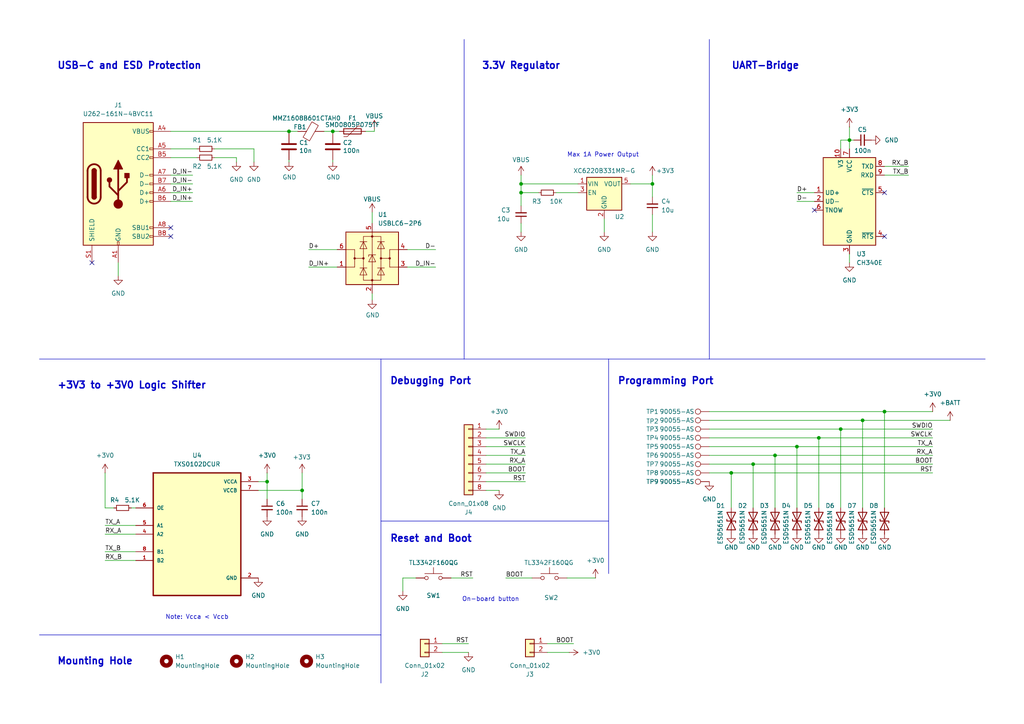
<source format=kicad_sch>
(kicad_sch (version 20231120) (generator "eeschema") (generator_version "8.0")
  (paper "A4")
  (title_block (title "BWLR1F Programmer") (date "2024-08-27") (rev "1") (company "Teapot Laboratories"))
  (junction (at 256.54 119.38))
  (junction (at 218.44 134.62))
  (junction (at 77.47 139.7))
  (junction (at 87.63 142.24))
  (junction (at 237.49 127))
  (junction (at 212.09 137.16))
  (junction (at 246.38 40.64))
  (junction (at 83.82 38.1))
  (junction (at 189.23 53.34))
  (junction (at 96.52 38.1))
  (junction (at 231.14 129.54))
  (junction (at 250.19 121.92))
  (junction (at 224.79 132.08))
  (junction (at 151.13 53.34))
  (junction (at 243.84 124.46))
  (junction (at 151.13 55.88))
  (no_connect (at 49.53 66.04))
  (no_connect (at 236.22 60.96))
  (no_connect (at 256.54 55.88))
  (no_connect (at 256.54 68.58))
  (no_connect (at 26.67 76.2))
  (no_connect (at 49.53 68.58))
  (wire (pts (xy 175.26 63.5) (xy 175.26 67.31)))
  (wire (pts (xy 182.88 53.34) (xy 189.23 53.34)))
  (wire (pts (xy 140.97 127) (xy 152.4 127)))
  (wire (pts (xy 87.63 142.24) (xy 87.63 144.78)))
  (wire (pts (xy 231.14 129.54) (xy 231.14 147.32)))
  (wire (pts (xy 33.02 147.32) (xy 30.48 147.32)))
  (wire (pts (xy 151.13 53.34) (xy 167.64 53.34)))
  (wire (pts (xy 205.74 132.08) (xy 224.79 132.08)))
  (wire (pts (xy 106.045 38.1) (xy 108.585 38.1)))
  (wire (pts (xy 243.84 124.46) (xy 270.51 124.46)))
  (wire (pts (xy 96.52 38.1) (xy 98.425 38.1)))
  (wire (pts (xy 83.82 38.735) (xy 83.82 38.1)))
  (wire (pts (xy 140.97 132.08) (xy 152.4 132.08)))
  (wire (pts (xy 38.1 147.32) (xy 39.37 147.32)))
  (wire (pts (xy 73.66 43.18) (xy 73.66 46.99)))
  (wire (pts (xy 256.54 119.38) (xy 205.74 119.38)))
  (wire (pts (xy 144.78 142.24) (xy 140.97 142.24)))
  (wire (pts (xy 246.38 40.64) (xy 247.65 40.64)))
  (wire (pts (xy 93.98 38.1) (xy 96.52 38.1)))
  (wire (pts (xy 49.53 43.18) (xy 57.15 43.18)))
  (wire (pts (xy 256.54 119.38) (xy 256.54 147.32)))
  (wire (pts (xy 256.54 119.38) (xy 270.51 119.38)))
  (wire (pts (xy 83.82 46.355) (xy 83.82 46.99)))
  (wire (pts (xy 205.74 127) (xy 237.49 127)))
  (wire (pts (xy 158.75 186.69) (xy 166.37 186.69)))
  (polyline (pts (xy 205.74 11.43) (xy 205.74 104.14)))
  (wire (pts (xy 250.19 121.92) (xy 250.19 147.32)))
  (wire (pts (xy 151.13 64.77) (xy 151.13 67.31)))
  (wire (pts (xy 77.47 139.7) (xy 74.93 139.7)))
  (polyline (pts (xy 110.49 104.14) (xy 110.49 198.12)))
  (wire (pts (xy 224.79 132.08) (xy 270.51 132.08)))
  (wire (pts (xy 246.38 40.64) (xy 246.38 43.18)))
  (wire (pts (xy 96.52 38.735) (xy 96.52 38.1)))
  (wire (pts (xy 164.465 167.64) (xy 172.72 167.64)))
  (wire (pts (xy 243.84 124.46) (xy 243.84 147.32)))
  (wire (pts (xy 140.97 134.62) (xy 152.4 134.62)))
  (wire (pts (xy 212.09 137.16) (xy 270.51 137.16)))
  (wire (pts (xy 49.53 53.34) (xy 55.88 53.34)))
  (wire (pts (xy 89.535 72.39) (xy 97.79 72.39)))
  (wire (pts (xy 205.74 129.54) (xy 231.14 129.54)))
  (wire (pts (xy 151.13 50.8) (xy 151.13 53.34)))
  (polyline (pts (xy 11.43 184.15) (xy 110.49 184.15)))
  (wire (pts (xy 118.11 77.47) (xy 126.365 77.47)))
  (wire (pts (xy 151.13 55.88) (xy 151.13 59.69)))
  (wire (pts (xy 189.23 53.34) (xy 189.23 57.15)))
  (polyline (pts (xy 134.62 11.43) (xy 134.62 104.14)))
  (wire (pts (xy 30.48 160.02) (xy 39.37 160.02)))
  (wire (pts (xy 140.97 137.16) (xy 152.4 137.16)))
  (wire (pts (xy 218.44 134.62) (xy 270.51 134.62)))
  (wire (pts (xy 96.52 46.355) (xy 96.52 46.99)))
  (wire (pts (xy 108.585 38.1) (xy 108.585 37.465)))
  (wire (pts (xy 237.49 127) (xy 270.51 127)))
  (wire (pts (xy 243.84 43.18) (xy 243.84 40.64)))
  (wire (pts (xy 107.95 61.595) (xy 107.95 64.77)))
  (wire (pts (xy 34.29 76.2) (xy 34.29 80.01)))
  (wire (pts (xy 256.54 50.8) (xy 263.525 50.8)))
  (wire (pts (xy 87.63 142.24) (xy 87.63 137.16)))
  (wire (pts (xy 30.48 137.16) (xy 30.48 147.32)))
  (polyline (pts (xy 11.43 104.14) (xy 285.75 104.14)))
  (wire (pts (xy 140.97 129.54) (xy 152.4 129.54)))
  (wire (pts (xy 231.14 55.88) (xy 236.22 55.88)))
  (wire (pts (xy 49.53 55.88) (xy 55.88 55.88)))
  (wire (pts (xy 237.49 127) (xy 237.49 147.32)))
  (wire (pts (xy 224.79 132.08) (xy 224.79 147.32)))
  (wire (pts (xy 250.19 121.92) (xy 275.59 121.92)))
  (wire (pts (xy 107.95 85.09) (xy 107.95 86.995)))
  (wire (pts (xy 205.74 137.16) (xy 212.09 137.16)))
  (wire (pts (xy 151.13 53.34) (xy 151.13 55.88)))
  (wire (pts (xy 140.97 139.7) (xy 152.4 139.7)))
  (wire (pts (xy 49.53 50.8) (xy 55.88 50.8)))
  (wire (pts (xy 62.23 43.18) (xy 73.66 43.18)))
  (wire (pts (xy 120.65 167.64) (xy 116.84 167.64)))
  (wire (pts (xy 205.74 121.92) (xy 250.19 121.92)))
  (wire (pts (xy 77.47 137.16) (xy 77.47 139.7)))
  (wire (pts (xy 243.84 40.64) (xy 246.38 40.64)))
  (wire (pts (xy 89.535 77.47) (xy 97.79 77.47)))
  (wire (pts (xy 205.74 124.46) (xy 243.84 124.46)))
  (wire (pts (xy 218.44 134.62) (xy 218.44 147.32)))
  (wire (pts (xy 151.13 55.88) (xy 156.21 55.88)))
  (wire (pts (xy 231.14 129.54) (xy 270.51 129.54)))
  (wire (pts (xy 144.78 124.46) (xy 140.97 124.46)))
  (wire (pts (xy 205.74 134.62) (xy 218.44 134.62)))
  (wire (pts (xy 246.38 73.66) (xy 246.38 76.2)))
  (wire (pts (xy 49.53 58.42) (xy 55.88 58.42)))
  (wire (pts (xy 49.53 38.1) (xy 83.82 38.1)))
  (wire (pts (xy 68.58 45.72) (xy 68.58 46.99)))
  (polyline (pts (xy 110.49 151.13) (xy 176.53 151.13)))
  (wire (pts (xy 189.23 62.23) (xy 189.23 67.31)))
  (polyline (pts (xy 176.53 104.14) (xy 176.53 166.37)))
  (wire (pts (xy 135.89 189.23) (xy 128.27 189.23)))
  (wire (pts (xy 161.29 55.88) (xy 167.64 55.88)))
  (wire (pts (xy 30.48 154.94) (xy 39.37 154.94)))
  (wire (pts (xy 77.47 139.7) (xy 77.47 144.78)))
  (wire (pts (xy 246.38 36.83) (xy 246.38 40.64)))
  (wire (pts (xy 74.93 142.24) (xy 87.63 142.24)))
  (wire (pts (xy 116.84 167.64) (xy 116.84 171.45)))
  (wire (pts (xy 130.81 167.64) (xy 137.16 167.64)))
  (wire (pts (xy 62.23 45.72) (xy 68.58 45.72)))
  (wire (pts (xy 49.53 45.72) (xy 57.15 45.72)))
  (wire (pts (xy 83.82 38.1) (xy 86.36 38.1)))
  (wire (pts (xy 231.14 58.42) (xy 236.22 58.42)))
  (wire (pts (xy 212.09 137.16) (xy 212.09 147.32)))
  (wire (pts (xy 189.23 50.8) (xy 189.23 53.34)))
  (wire (pts (xy 128.27 186.69) (xy 135.89 186.69)))
  (wire (pts (xy 146.685 167.64) (xy 154.305 167.64)))
  (wire (pts (xy 30.48 162.56) (xy 39.37 162.56)))
  (wire (pts (xy 165.1 189.23) (xy 158.75 189.23)))
  (wire (pts (xy 118.11 72.39) (xy 126.365 72.39)))
  (wire (pts (xy 256.54 48.26) (xy 263.525 48.26)))
  (wire (pts (xy 30.48 152.4) (xy 39.37 152.4)))
  (text "Debugging Port" (at 113.03 111.76 0) (effects (font (size 2 2) (thickness 0.4) (bold yes)) (justify left bottom)))
  (text "Mounting Hole" (at 16.51 193.04 0) (effects (font (size 2 2) (thickness 0.4) (bold yes)) (justify left bottom)))
  (text "UART-Bridge" (at 212.09 20.32 0) (effects (font (size 2 2) (thickness 0.4) (bold yes)) (justify left bottom)))
  (text "Max 1A Power Output" (at 164.465 45.72 0) (effects (font (size 1.27 1.27)) (justify left bottom)))
  (text "Note: Vcca < Vccb" (at 57.15 179.07 0) (effects (font (size 1.27 1.27))))
  (text "Programming Port" (at 179.07 111.76 0) (effects (font (size 2 2) (thickness 0.4) (bold yes)) (justify left bottom)))
  (text "USB-C and ESD Protection" (at 16.51 20.32 0) (effects (font (size 2 2) (thickness 0.4) (bold yes)) (justify left bottom)))
  (text "On-board button" (at 133.985 174.625 0) (effects (font (size 1.27 1.27)) (justify left bottom)))
  (text "Reset and Boot" (at 113.03 157.48 0) (effects (font (size 2 2) (thickness 0.4) (bold yes)) (justify left bottom)))
  (text "+3V3 to +3V0 Logic Shifter" (at 16.51 113.03 0) (effects (font (size 2 2) (thickness 0.4) (bold yes)) (justify left bottom)))
  (text "3.3V Regulator" (at 139.7 20.32 0) (effects (font (size 2 2) (thickness 0.4) (bold yes)) (justify left bottom)))
  (label "RST" (at 152.4 139.7 180))
  (label "BOOT" (at 270.51 134.62 180))
  (label "RX_B" (at 30.48 162.56 0))
  (label "SWDIO" (at 152.4 127 180))
  (label "RST" (at 270.51 137.16 180))
  (label "SWCLK" (at 270.51 127 180))
  (label "RX_A" (at 152.4 134.62 180))
  (label "D+" (at 89.535 72.39 0))
  (label "SWDIO" (at 270.51 124.46 180))
  (label "RX_B" (at 263.525 48.26 180))
  (label "D-" (at 126.365 72.39 180))
  (label "TX_B" (at 30.48 160.02 0))
  (label "D_IN-" (at 55.88 53.34 180))
  (label "RST" (at 135.89 186.69 180))
  (label "TX_A" (at 270.51 129.54 180))
  (label "D-" (at 231.14 58.42 0))
  (label "D_IN+" (at 89.535 77.47 0))
  (label "SWCLK" (at 152.4 129.54 180))
  (label "D_IN-" (at 126.365 77.47 180))
  (label "BOOT" (at 152.4 137.16 180))
  (label "TX_A" (at 152.4 132.08 180))
  (label "RX_A" (at 30.48 154.94 0))
  (label "TX_B" (at 263.525 50.8 180))
  (label "BOOT" (at 166.37 186.69 180))
  (label "BOOT" (at 146.685 167.64 0))
  (label "D_IN+" (at 55.88 55.88 180))
  (label "RX_A" (at 270.51 132.08 180))
  (label "TX_A" (at 30.48 152.4 0))
  (label "RST" (at 137.16 167.64 180))
  (label "D_IN-" (at 55.88 50.8 180))
  (label "D_IN+" (at 55.88 58.42 180))
  (label "D+" (at 231.14 55.88 0))
  (symbol (lib_id "power:GND") (at 243.84 154.94 0) (unit 1)
    (property "Reference" "#PWR037" (effects (hide yes)))
    (property "Value" "GND" (at 243.84 158.75 0))
  )
  (symbol (lib_id "power:+3V0") (at 144.78 124.46 0) (unit 1)
    (property "Reference" "#PWR031" (effects (hide yes)))
    (property "Value" "+3V0" (at 144.78 119.38 0))
    (property "Description" "Power symbol creates a global label with name \"+3V0\"" (effects (hide yes)))
  )
  (symbol (lib_id "Device:D_TVS") (at 212.09 151.13 90) (unit 1)
    (property "Reference" "D1" (at 207.645 146.685 90) (effects (justify right)))
    (property "Value" "ESD5651N" (at 208.915 147.955 0) (effects (justify right)))
    (property "Footprint" "Diode_SMD:D_SOD-882" (effects (hide yes)))
    (property "Datasheet" "https://www.lcsc.com/datasheet/lcsc_datasheet_1808311544_WILLSEMI-Will-Semicon-ESD5651N-2-TR_C239784.pdf" (effects (hide yes)))
    (property "Description" "35A@8/20us 15V 4.5V DFN1006-2L Electrostatic and Surge Protection (TVS/ESD) ROHS" (effects (hide yes)))
    (property "Manufacturer" "WILLSEMI(Will Semicon)" (effects (hide yes)))
    (property "Manufacturer Part Number" "ESD5651N-2/TR" (effects (hide yes)))
    (property "Distributor" "LCSC" (effects (hide yes)))
    (property "Distributor Part Number" "C239784" (effects (hide yes)))
    (property "Distributor Link" "https://www.lcsc.com/product-detail/Electrostatic-and-Surge-Protection-TVS-ESD_WILLSEMI-Will-Semicon-ESD5651N-2-TR_C239784.html" (effects (hide yes)))
    (property "Type" "SMT" (effects (hide yes)))
  )
  (symbol (lib_id "Device:D_TVS") (at 224.79 151.13 90) (unit 1)
    (property "Reference" "D3" (at 220.345 146.685 90) (effects (justify right)))
    (property "Value" "ESD5651N" (at 221.615 147.955 0) (effects (justify right)))
    (property "Footprint" "Diode_SMD:D_SOD-882" (effects (hide yes)))
    (property "Datasheet" "https://www.lcsc.com/datasheet/lcsc_datasheet_1808311544_WILLSEMI-Will-Semicon-ESD5651N-2-TR_C239784.pdf" (effects (hide yes)))
    (property "Description" "35A@8/20us 15V 4.5V DFN1006-2L Electrostatic and Surge Protection (TVS/ESD) ROHS" (effects (hide yes)))
    (property "Manufacturer" "WILLSEMI(Will Semicon)" (effects (hide yes)))
    (property "Manufacturer Part Number" "ESD5651N-2/TR" (effects (hide yes)))
    (property "Distributor" "LCSC" (effects (hide yes)))
    (property "Distributor Part Number" "C239784" (effects (hide yes)))
    (property "Distributor Link" "https://www.lcsc.com/product-detail/Electrostatic-and-Surge-Protection-TVS-ESD_WILLSEMI-Will-Semicon-ESD5651N-2-TR_C239784.html" (effects (hide yes)))
    (property "Type" "SMT" (effects (hide yes)))
  )
  (symbol (lib_id "power:GND") (at 231.14 154.94 0) (unit 1)
    (property "Reference" "#PWR035" (effects (hide yes)))
    (property "Value" "GND" (at 231.14 158.75 0))
  )
  (symbol (lib_id "Device:D_TVS") (at 256.54 151.13 90) (unit 1)
    (property "Reference" "D8" (at 252.095 146.685 90) (effects (justify right)))
    (property "Value" "ESD5651N" (at 253.365 147.955 0) (effects (justify right)))
    (property "Footprint" "Diode_SMD:D_SOD-882" (effects (hide yes)))
    (property "Datasheet" "https://www.lcsc.com/datasheet/lcsc_datasheet_1808311544_WILLSEMI-Will-Semicon-ESD5651N-2-TR_C239784.pdf" (effects (hide yes)))
    (property "Description" "35A@8/20us 15V 4.5V DFN1006-2L Electrostatic and Surge Protection (TVS/ESD) ROHS" (effects (hide yes)))
    (property "Manufacturer" "WILLSEMI(Will Semicon)" (effects (hide yes)))
    (property "Manufacturer Part Number" "ESD5651N-2/TR" (effects (hide yes)))
    (property "Distributor" "LCSC" (effects (hide yes)))
    (property "Distributor Part Number" "C239784" (effects (hide yes)))
    (property "Distributor Link" "https://www.lcsc.com/product-detail/Electrostatic-and-Surge-Protection-TVS-ESD_WILLSEMI-Will-Semicon-ESD5651N-2-TR_C239784.html" (effects (hide yes)))
    (property "Type" "SMT" (effects (hide yes)))
  )
  (symbol (lib_id "Connector_Generic:Conn_01x02") (at 123.19 186.69 0) (mirror y) (unit 1)
    (property "Reference" "J2" (at 123.19 195.58 0))
    (property "Value" "Conn_01x02" (at 123.19 193.04 0))
    (property "Footprint" "Connector_PinHeader_2.54mm:PinHeader_1x02_P2.54mm_Horizontal" (effects (hide yes)))
    (property "Datasheet" "-" (effects (hide yes)))
    (property "Description" "DNP" (effects (hide yes)))
    (property "Distributor" "-" (effects (hide yes)))
    (property "Distributor Link" "-" (effects (hide yes)))
    (property "Distributor Part Number" "-" (effects (hide yes)))
    (property "Manufacturer" "-" (effects (hide yes)))
    (property "Manufacturer Part Number" "-" (effects (hide yes)))
    (property "Type" "THT" (effects (hide yes)))
  )
  (symbol (lib_id "Mechanical:MountingHole") (at 88.9 191.77 0) (unit 1) (exclude_from_sim yes) (in_bom no)
    (property "Reference" "H3" (at 91.44 190.4999 0) (effects (justify left)))
    (property "Value" "MountingHole" (at 91.44 193.0399 0) (effects (justify left)))
    (property "Footprint" "MountingHole:MountingHole_2.2mm_M2_DIN965_Pad" (effects (hide yes)))
    (property "Datasheet" "-" (effects (hide yes)))
    (property "Description" "DNP" (effects (hide yes)))
    (property "Distributor" "-" (effects (hide yes)))
    (property "Distributor Link" "-" (effects (hide yes)))
    (property "Distributor Part Number" "-" (effects (hide yes)))
    (property "Manufacturer" "-" (effects (hide yes)))
    (property "Manufacturer Part Number" "-" (effects (hide yes)))
    (property "Type" "THT" (effects (hide yes)))
  )
  (symbol (lib_id "Connector:TestPoint") (at 205.74 129.54 90) (unit 1)
    (property "Reference" "TP5" (at 189.23 129.54 90))
    (property "Value" "90055-AS" (at 196.342 129.54 90))
    (property "Footprint" "bwlr1f-prog:90055-AS" (effects (hide yes)))
    (property "Datasheet" "https://mm.digikey.com/Volume0/opasdata/d220001/medias/docus/1825/90055-AS_REV1.pdf" (effects (hide yes)))
    (property "Description" "Contact Spring Loaded SMD Gold" (effects (hide yes)))
    (property "Distributor" "Digikey" (effects (hide yes)))
    (property "Distributor Link" "https://www.digikey.com/en/products/detail/preci-dip/90055-AS/5451878" (effects (hide yes)))
    (property "Distributor Part Number" "1212-1855-ND" (effects (hide yes)))
    (property "Manufacturer" "Preci-Dip" (effects (hide yes)))
    (property "Manufacturer Part Number" "90055-AS" (effects (hide yes)))
    (property "Type" "THT" (effects (hide yes)))
  )
  (symbol (lib_id "power:GND") (at 175.26 67.31 0) (unit 1)
    (property "Reference" "#PWR011" (effects (hide yes)))
    (property "Value" "GND" (at 175.26 72.39 0))
  )
  (symbol (lib_id "Switch:SW_Push") (at 125.73 167.64 0) (unit 1)
    (property "Reference" "SW1" (at 125.73 172.72 0))
    (property "Value" "TL3342F160QG" (at 125.73 163.195 0))
    (property "Footprint" "Button_Switch_SMD:SW_SPST_TL3342" (effects (hide yes)))
    (property "Datasheet" "https://www.lcsc.com/datasheet/lcsc_datasheet_2109061530_E-Switch-TL3342F160QG_C2886898.pdf" (effects (hide yes)))
    (property "Description" "SPST SMD NO 50mA 100MΩ 100000 Times 12V 160gf@±50gf" (effects (hide yes)))
    (property "Manufacturer" "E-Switch" (effects (hide yes)))
    (property "Part Number" "TL3342F160QG" (effects (hide yes)))
    (property "Distributor" "LCSC" (effects (hide yes)))
    (property "Distributor Link" "https://www.lcsc.com/product-detail/Tactile-Switches_E-Switch-TL3342F160QG_C2886898.html" (effects (hide yes)))
    (property "Distributor Part Number" "C2886898 " (effects (hide yes)))
    (property "Manufacturer Part Number" "TL3342F160QG" (effects (hide yes)))
    (property "Type" "SMT" (effects (hide yes)))
  )
  (symbol (lib_id "Device:R_Small") (at 59.69 45.72 90) (unit 1)
    (property "Reference" "R2" (at 57.15 48.26 90))
    (property "Value" "5.1K" (at 62.23 48.26 90))
    (property "Footprint" "Resistor_SMD:R_0402_1005Metric" (effects (hide yes)))
    (property "Datasheet" "https://www.lcsc.com/datasheet/lcsc_datasheet_2206010045_UNI-ROYAL-Uniroyal-Elec-0402WGF5101TCE_C25905.pdf" (effects (hide yes)))
    (property "Description" "62.5mW Thick Film Resistors 50V ±100ppm/℃ ±1% 5.1kΩ 0402 Chip Resistor - Surface Mount ROHS" (effects (hide yes)))
    (property "Part Description" "Resistor 5.1K 1% 62.5mW" (effects (hide yes)))
    (property "Distributor" "LCSC" (effects (hide yes)))
    (property "Distributor Link" "https://www.lcsc.com/product-detail/Chip-Resistor-Surface-Mount_UNI-ROYAL-Uniroyal-Elec-0402WGF5101TCE_C25905.html" (effects (hide yes)))
    (property "Distributor Part Number" "C25905" (effects (hide yes)))
    (property "Manufacturer" "UNI-ROYAL(Uniroyal Elec)" (effects (hide yes)))
    (property "Manufacturer Part Number" "0402WGF5101TCE" (effects (hide yes)))
    (property "Type" "SMT" (effects (hide yes)))
  )
  (symbol (lib_id "Connector:TestPoint") (at 205.74 124.46 90) (unit 1)
    (property "Reference" "TP3" (at 189.23 124.46 90))
    (property "Value" "90055-AS" (at 196.342 124.46 90))
    (property "Footprint" "bwlr1f-prog:90055-AS" (effects (hide yes)))
    (property "Datasheet" "https://mm.digikey.com/Volume0/opasdata/d220001/medias/docus/1825/90055-AS_REV1.pdf" (effects (hide yes)))
    (property "Description" "Contact Spring Loaded SMD Gold" (effects (hide yes)))
    (property "Distributor" "Digikey" (effects (hide yes)))
    (property "Distributor Link" "https://www.digikey.com/en/products/detail/preci-dip/90055-AS/5451878" (effects (hide yes)))
    (property "Distributor Part Number" "1212-1855-ND" (effects (hide yes)))
    (property "Manufacturer" "Preci-Dip" (effects (hide yes)))
    (property "Manufacturer Part Number" "90055-AS" (effects (hide yes)))
    (property "Type" "THT" (effects (hide yes)))
  )
  (symbol (lib_id "power:+3V0") (at 172.72 167.64 0) (unit 1)
    (property "Reference" "#PWR023" (effects (hide yes)))
    (property "Value" "+3V0" (at 172.72 162.56 0))
    (property "Description" "Power symbol creates a global label with name \"+3V0\"" (effects (hide yes)))
  )
  (symbol (lib_id "Connector:TestPoint") (at 205.74 127 90) (unit 1)
    (property "Reference" "TP4" (at 189.23 127 90))
    (property "Value" "90055-AS" (at 196.342 127 90))
    (property "Footprint" "bwlr1f-prog:90055-AS" (effects (hide yes)))
    (property "Datasheet" "https://mm.digikey.com/Volume0/opasdata/d220001/medias/docus/1825/90055-AS_REV1.pdf" (effects (hide yes)))
    (property "Description" "Contact Spring Loaded SMD Gold" (effects (hide yes)))
    (property "Distributor" "Digikey" (effects (hide yes)))
    (property "Distributor Link" "https://www.digikey.com/en/products/detail/preci-dip/90055-AS/5451878" (effects (hide yes)))
    (property "Distributor Part Number" "1212-1855-ND" (effects (hide yes)))
    (property "Manufacturer" "Preci-Dip" (effects (hide yes)))
    (property "Manufacturer Part Number" "90055-AS" (effects (hide yes)))
    (property "Type" "THT" (effects (hide yes)))
  )
  (symbol (lib_id "power:GND") (at 83.82 46.99 0) (unit 1)
    (property "Reference" "#PWR04" (effects (hide yes)))
    (property "Value" "GND" (at 83.947 51.3842 0))
  )
  (symbol (lib_id "power:+3V0") (at 77.47 137.16 0) (unit 1)
    (property "Reference" "#PWR019" (effects (hide yes)))
    (property "Value" "+3V0" (at 77.47 132.08 0))
    (property "Description" "Power symbol creates a global label with name \"+3V0\"" (effects (hide yes)))
  )
  (symbol (lib_id "power:+BATT") (at 275.59 121.92 0) (unit 1)
    (property "Reference" "#PWR026" (effects (hide yes)))
    (property "Value" "+BATT" (at 275.59 116.84 0))
    (property "Description" "Power symbol creates a global label with name \"+BATT\"" (effects (hide yes)))
  )
  (symbol (lib_id "TXS0102DCUR:TXS0102DCUR") (at 57.15 154.94 0) (unit 1)
    (property "Reference" "U4" (at 57.15 132.08 0))
    (property "Value" "TXS0102DCUR" (at 57.15 134.62 0))
    (property "Footprint" "bwlr1f-prog:SOP50P310X90-8N" (effects (hide yes)))
    (property "Datasheet" "https://www.lcsc.com/datasheet/lcsc_datasheet_1810292010_Texas-Instruments-TXS0102DCUR_C53434.pdf" (effects (hide yes)))
    (property "Description" "2.3V~5.5V 1 2 1.65V~3.6V 24Mbps VSSOP-8 Translators, Level Shifters ROHS" (effects (hide yes)))
    (property "MF" "Texas Instruments" (effects (hide yes)))
    (property "Description_1" "\n2-Bit Bidirectional Voltage-Level Shifter for Open-Drain and Push-Pull Application\n" (effects (hide yes)))
    (property "Package" "VSSOP-8 Texas Instruments" (effects (hide yes)))
    (property "Price" "None" (effects (hide yes)))
    (property "SnapEDA_Link" "https://www.snapeda.com/parts/TXS0102DCUR/Texas+Instruments/view-part/?ref=snap" (effects (hide yes)))
    (property "MP" "TXS0102DCUR" (effects (hide yes)))
    (property "Purchase-URL" "https://www.snapeda.com/api/url_track_click_mouser/?unipart_id=105350&manufacturer=Texas Instruments&part_name=TXS0102DCUR&search_term=txs0102dcur" (effects (hide yes)))
    (property "Availability" "In Stock" (effects (hide yes)))
    (property "Check_prices" "https://www.snapeda.com/parts/TXS0102DCUR/Texas+Instruments/view-part/?ref=eda" (effects (hide yes)))
    (property "Distributor" "LCSC" (effects (hide yes)))
    (property "Distributor Link" "https://www.lcsc.com/product-detail/Translators-Level-Shifters_Texas-Instruments-TXS0102DCUR_C53434.html" (effects (hide yes)))
    (property "Distributor Part Number" "C53434" (effects (hide yes)))
    (property "Manufacturer" " Texas Instruments" (effects (hide yes)))
    (property "Manufacturer Part Number" "TXS0102DCUR" (effects (hide yes)))
    (property "Type" "SMT" (effects (hide yes)))
  )
  (symbol (lib_id "Device:C") (at 96.52 42.545 0) (unit 1)
    (property "Reference" "C2" (at 99.441 41.3766 0) (effects (justify left)))
    (property "Value" "100n" (at 99.441 43.688 0) (effects (justify left)))
    (property "Footprint" "Capacitor_SMD:C_0402_1005Metric" (effects (hide yes)))
    (property "Datasheet" "https://www.lcsc.com/datasheet/lcsc_datasheet_2304140030_Samsung-Electro-Mechanics-CL05B104KO5NNNC_C1525.pdf" (effects (hide yes)))
    (property "Description" "16V 100nF X7R ±10% 0402 Multilayer Ceramic Capacitors MLCC - SMD/SMT ROHS" (effects (hide yes)))
    (property "Manufacturer" "Samsung Electro-Mechanics" (effects (hide yes)))
    (property "Part Number" "CC0402KRX5R6BB104" (effects (hide yes)))
    (property "Part Description" "Ceramic Capacitor 100nF 10% 10V X5R" (effects (hide yes)))
    (property "Distributor" "LCSC" (effects (hide yes)))
    (property "Distributor Link" "https://www.lcsc.com/product-detail/Multilayer-Ceramic-Capacitors-MLCC-SMD-SMT_Samsung-Electro-Mechanics-CL05B104KO5NNNC_C1525.html" (effects (hide yes)))
    (property "Distributor Part Number" "C1525" (effects (hide yes)))
    (property "Manufacturer Part Number" "CL05B104KO5NNNC" (effects (hide yes)))
    (property "Type" "SMT" (effects (hide yes)))
  )
  (symbol (lib_id "power:GND") (at 151.13 67.31 0) (unit 1)
    (property "Reference" "#PWR010" (effects (hide yes)))
    (property "Value" "GND" (at 151.13 72.39 0))
  )
  (symbol (lib_id "Connector_Generic:Conn_01x08") (at 135.89 132.08 0) (mirror y) (unit 1)
    (property "Reference" "J4" (at 135.89 148.59 0))
    (property "Value" "Conn_01x08" (at 135.89 146.05 0))
    (property "Footprint" "Connector_PinHeader_2.54mm:PinHeader_1x08_P2.54mm_Horizontal" (effects (hide yes)))
    (property "Datasheet" "-" (effects (hide yes)))
    (property "Description" "DNP" (effects (hide yes)))
    (property "Distributor" "-" (effects (hide yes)))
    (property "Distributor Link" "-" (effects (hide yes)))
    (property "Distributor Part Number" "-" (effects (hide yes)))
    (property "Manufacturer" "-" (effects (hide yes)))
    (property "Manufacturer Part Number" "-" (effects (hide yes)))
    (property "Type" "THT" (effects (hide yes)))
  )
  (symbol (lib_id "Connector:TestPoint") (at 205.74 132.08 90) (unit 1)
    (property "Reference" "TP6" (at 189.23 132.08 90))
    (property "Value" "90055-AS" (at 196.342 132.08 90))
    (property "Footprint" "bwlr1f-prog:90055-AS" (effects (hide yes)))
    (property "Datasheet" "https://mm.digikey.com/Volume0/opasdata/d220001/medias/docus/1825/90055-AS_REV1.pdf" (effects (hide yes)))
    (property "Description" "Contact Spring Loaded SMD Gold" (effects (hide yes)))
    (property "Distributor" "Digikey" (effects (hide yes)))
    (property "Distributor Link" "https://www.digikey.com/en/products/detail/preci-dip/90055-AS/5451878" (effects (hide yes)))
    (property "Distributor Part Number" "1212-1855-ND" (effects (hide yes)))
    (property "Manufacturer" "Preci-Dip" (effects (hide yes)))
    (property "Manufacturer Part Number" "90055-AS" (effects (hide yes)))
    (property "Type" "THT" (effects (hide yes)))
  )
  (symbol (lib_id "power:+3V0") (at 165.1 189.23 270) (unit 1)
    (property "Reference" "#PWR029" (effects (hide yes)))
    (property "Value" "+3V0" (at 168.91 189.2299 90) (effects (justify left)))
    (property "Description" "Power symbol creates a global label with name \"+3V0\"" (effects (hide yes)))
  )
  (symbol (lib_id "power:GND") (at 87.63 149.86 0) (unit 1)
    (property "Reference" "#PWR022" (effects (hide yes)))
    (property "Value" "GND" (at 87.63 154.94 0))
  )
  (symbol (lib_id "power:VBUS") (at 108.585 37.465 0) (unit 1)
    (property "Reference" "#PWR06" (effects (hide yes)))
    (property "Value" "VBUS" (at 108.585 33.655 0))
  )
  (symbol (lib_id "Connector:TestPoint") (at 205.74 121.92 90) (unit 1)
    (property "Reference" "TP2" (at 189.23 122.174 90))
    (property "Value" "90055-AS" (at 196.342 121.92 90))
    (property "Footprint" "bwlr1f-prog:90055-AS" (effects (hide yes)))
    (property "Datasheet" "https://mm.digikey.com/Volume0/opasdata/d220001/medias/docus/1825/90055-AS_REV1.pdf" (effects (hide yes)))
    (property "Description" "Contact Spring Loaded SMD Gold" (effects (hide yes)))
    (property "Distributor" "Digikey" (effects (hide yes)))
    (property "Distributor Link" "https://www.digikey.com/en/products/detail/preci-dip/90055-AS/5451878" (effects (hide yes)))
    (property "Distributor Part Number" "1212-1855-ND" (effects (hide yes)))
    (property "Manufacturer" "Preci-Dip" (effects (hide yes)))
    (property "Manufacturer Part Number" "90055-AS" (effects (hide yes)))
    (property "Type" "THT" (effects (hide yes)))
  )
  (symbol (lib_id "Device:C_Small") (at 77.47 147.32 0) (unit 1)
    (property "Reference" "C6" (at 80.01 146.0562 0) (effects (justify left)))
    (property "Value" "100n" (at 80.01 148.5962 0) (effects (justify left)))
    (property "Footprint" "Capacitor_SMD:C_0402_1005Metric" (effects (hide yes)))
    (property "Datasheet" "https://www.lcsc.com/datasheet/lcsc_datasheet_2304140030_Samsung-Electro-Mechanics-CL05B104KO5NNNC_C1525.pdf" (effects (hide yes)))
    (property "Description" "16V 100nF X7R ±10% 0402 Multilayer Ceramic Capacitors MLCC - SMD/SMT ROHS" (effects (hide yes)))
    (property "Distributor" "LCSC" (effects (hide yes)))
    (property "Distributor Link" "https://www.lcsc.com/product-detail/Multilayer-Ceramic-Capacitors-MLCC-SMD-SMT_Samsung-Electro-Mechanics-CL05B104KO5NNNC_C1525.html" (effects (hide yes)))
    (property "Distributor Part Number" "C1525" (effects (hide yes)))
    (property "Manufacturer" "Samsung Electro-Mechanics" (effects (hide yes)))
    (property "Manufacturer Part Number" "CL05B104KO5NNNC" (effects (hide yes)))
    (property "Type" "SMT" (effects (hide yes)))
  )
  (symbol (lib_id "Interface_USB:CH340E") (at 246.38 58.42 0) (unit 1)
    (property "Reference" "U3" (at 248.3994 73.66 0) (effects (justify left)))
    (property "Value" "CH340E" (at 248.3994 76.2 0) (effects (justify left)))
    (property "Footprint" "Package_SO:MSOP-10_3x3mm_P0.5mm" (effects (hide yes)))
    (property "Datasheet" "https://www.lcsc.com/datasheet/lcsc_datasheet_2403131141_WCH-Jiangsu-Qin-Heng-CH340E_C99652.pdf" (effects (hide yes)))
    (property "Description" "2Mbps Transceiver USB 2.0 MSOP-10 USB Converters ROHS " (effects (hide yes)))
    (property "Manufacturer" "WCH" (effects (hide yes)))
    (property "Part Number" "CH340E" (effects (hide yes)))
    (property "Distributor" "LCSC" (effects (hide yes)))
    (property "Distributor Link" "https://www.lcsc.com/product-detail/USB-ICs_WCH-Jiangsu-Qin-Heng-CH340E_C99652.html" (effects (hide yes)))
    (property "Distributor Part Number" "C99652" (effects (hide yes)))
    (property "Manufacturer Part Number" "CH340E" (effects (hide yes)))
    (property "Type" "SMT" (effects (hide yes)))
  )
  (symbol (lib_id "Device:R_Small") (at 35.56 147.32 90) (unit 1)
    (property "Reference" "R4" (at 33.274 145.034 90))
    (property "Value" "5.1K" (at 38.354 145.034 90))
    (property "Footprint" "Resistor_SMD:R_0402_1005Metric" (effects (hide yes)))
    (property "Datasheet" "https://www.lcsc.com/datasheet/lcsc_datasheet_2206010045_UNI-ROYAL-Uniroyal-Elec-0402WGF5101TCE_C25905.pdf" (effects (hide yes)))
    (property "Description" "62.5mW Thick Film Resistors 50V ±100ppm/℃ ±1% 5.1kΩ 0402 Chip Resistor - Surface Mount ROHS" (effects (hide yes)))
    (property "Part Description" "Resistor 5.1K 1% 62.5mW" (effects (hide yes)))
    (property "Distributor" "LCSC" (effects (hide yes)))
    (property "Distributor Link" "https://www.lcsc.com/product-detail/Chip-Resistor-Surface-Mount_UNI-ROYAL-Uniroyal-Elec-0402WGF5101TCE_C25905.html" (effects (hide yes)))
    (property "Distributor Part Number" "C25905" (effects (hide yes)))
    (property "Manufacturer" "UNI-ROYAL(Uniroyal Elec)" (effects (hide yes)))
    (property "Manufacturer Part Number" "0402WGF5101TCE" (effects (hide yes)))
    (property "Type" "SMT" (effects (hide yes)))
  )
  (symbol (lib_id "power:GND") (at 250.19 154.94 0) (unit 1)
    (property "Reference" "#PWR038" (effects (hide yes)))
    (property "Value" "GND" (at 250.19 158.75 0))
  )
  (symbol (lib_id "Power_Protection:USBLC6-2P6") (at 107.95 74.93 0) (unit 1)
    (property "Reference" "U1" (at 109.6011 62.23 0) (effects (justify left)))
    (property "Value" "USBLC6-2P6" (at 109.6011 64.77 0) (effects (justify left)))
    (property "Footprint" "Package_TO_SOT_SMD:SOT-666" (effects (hide yes)))
    (property "Datasheet" "https://www.lcsc.com/datasheet/lcsc_datasheet_1809192323_STMicroelectronics-USBLC6-2P6_C15999.pdf" (effects (hide yes)))
    (property "Description" "5A 17V 6V Unidirectional 5.25V SOT-666-6 ESD and Surge Protection (TVS/ESD) ROHS" (effects (hide yes)))
    (property "Manufacturer" "STMicroelectronics" (effects (hide yes)))
    (property "Part Number" "USBLC6-2P6" (effects (hide yes)))
    (property "Distributor" "LCSC" (effects (hide yes)))
    (property "Distributor Link" "https://www.lcsc.com/product-detail/ESD-Protection-Devices_STMicroelectronics-USBLC6-2P6_C15999.html" (effects (hide yes)))
    (property "Distributor Part Number" "C15999" (effects (hide yes)))
    (property "Manufacturer Part Number" "USBLC6-2P6 " (effects (hide yes)))
    (property "Type" "SMT" (effects (hide yes)))
  )
  (symbol (lib_id "Device:D_TVS") (at 218.44 151.13 90) (unit 1)
    (property "Reference" "D2" (at 213.995 146.685 90) (effects (justify right)))
    (property "Value" "ESD5651N" (at 215.265 147.955 0) (effects (justify right)))
    (property "Footprint" "Diode_SMD:D_SOD-882" (effects (hide yes)))
    (property "Datasheet" "https://www.lcsc.com/datasheet/lcsc_datasheet_1808311544_WILLSEMI-Will-Semicon-ESD5651N-2-TR_C239784.pdf" (effects (hide yes)))
    (property "Description" "35A@8/20us 15V 4.5V DFN1006-2L Electrostatic and Surge Protection (TVS/ESD) ROHS" (effects (hide yes)))
    (property "Manufacturer" "WILLSEMI(Will Semicon)" (effects (hide yes)))
    (property "Manufacturer Part Number" "ESD5651N-2/TR" (effects (hide yes)))
    (property "Distributor" "LCSC" (effects (hide yes)))
    (property "Distributor Part Number" "C239784" (effects (hide yes)))
    (property "Distributor Link" "https://www.lcsc.com/product-detail/Electrostatic-and-Surge-Protection-TVS-ESD_WILLSEMI-Will-Semicon-ESD5651N-2-TR_C239784.html" (effects (hide yes)))
    (property "Type" "SMT" (effects (hide yes)))
  )
  (symbol (lib_id "Device:R_Small") (at 59.69 43.18 90) (unit 1)
    (property "Reference" "R1" (at 57.15 40.64 90))
    (property "Value" "5.1K" (at 62.23 40.64 90))
    (property "Footprint" "Resistor_SMD:R_0402_1005Metric" (effects (hide yes)))
    (property "Datasheet" "https://www.lcsc.com/datasheet/lcsc_datasheet_2206010045_UNI-ROYAL-Uniroyal-Elec-0402WGF5101TCE_C25905.pdf" (effects (hide yes)))
    (property "Description" "62.5mW Thick Film Resistors 50V ±100ppm/℃ ±1% 5.1kΩ 0402 Chip Resistor - Surface Mount ROHS" (effects (hide yes)))
    (property "Part Description" "Resistor 5.1K 1% 62.5mW" (effects (hide yes)))
    (property "Distributor" "LCSC" (effects (hide yes)))
    (property "Distributor Link" "https://www.lcsc.com/product-detail/Chip-Resistor-Surface-Mount_UNI-ROYAL-Uniroyal-Elec-0402WGF5101TCE_C25905.html" (effects (hide yes)))
    (property "Distributor Part Number" "C25905" (effects (hide yes)))
    (property "Manufacturer" "UNI-ROYAL(Uniroyal Elec)" (effects (hide yes)))
    (property "Manufacturer Part Number" "0402WGF5101TCE" (effects (hide yes)))
    (property "Type" "SMT" (effects (hide yes)))
  )
  (symbol (lib_id "Device:D_TVS") (at 243.84 151.13 90) (unit 1)
    (property "Reference" "D6" (at 239.395 146.685 90) (effects (justify right)))
    (property "Value" "ESD5651N" (at 240.665 147.955 0) (effects (justify right)))
    (property "Footprint" "Diode_SMD:D_SOD-882" (effects (hide yes)))
    (property "Datasheet" "https://www.lcsc.com/datasheet/lcsc_datasheet_1808311544_WILLSEMI-Will-Semicon-ESD5651N-2-TR_C239784.pdf" (effects (hide yes)))
    (property "Description" "35A@8/20us 15V 4.5V DFN1006-2L Electrostatic and Surge Protection (TVS/ESD) ROHS" (effects (hide yes)))
    (property "Manufacturer" "WILLSEMI(Will Semicon)" (effects (hide yes)))
    (property "Manufacturer Part Number" "ESD5651N-2/TR" (effects (hide yes)))
    (property "Distributor" "LCSC" (effects (hide yes)))
    (property "Distributor Part Number" "C239784" (effects (hide yes)))
    (property "Distributor Link" "https://www.lcsc.com/product-detail/Electrostatic-and-Surge-Protection-TVS-ESD_WILLSEMI-Will-Semicon-ESD5651N-2-TR_C239784.html" (effects (hide yes)))
    (property "Type" "SMT" (effects (hide yes)))
  )
  (symbol (lib_id "power:+3V3") (at 87.63 137.16 0) (unit 1)
    (property "Reference" "#PWR020" (effects (hide yes)))
    (property "Value" "+3V3" (at 90.17 132.588 0) (effects (justify right)))
  )
  (symbol (lib_id "Device:C_Small") (at 151.13 62.23 180) (unit 1)
    (property "Reference" "C3" (at 146.685 60.96 0))
    (property "Value" "10u" (at 146.05 63.5 0))
    (property "Footprint" "Capacitor_SMD:C_0805_2012Metric" (effects (hide yes)))
    (property "Datasheet" "https://www.lcsc.com/datasheet/lcsc_datasheet_2304140030_Samsung-Electro-Mechanics-CL21A106KPFNNNE_C17024.pdf" (effects (hide yes)))
    (property "Description" "10V 10uF X5R ±10% 0805 Multilayer Ceramic Capacitors MLCC - SMD/SMT ROHS" (effects (hide yes)))
    (property "Part Description" "Ceramic Capacitor 10uF 10% 10V X5R" (effects (hide yes)))
    (property "Distributor" "LCSC" (effects (hide yes)))
    (property "Distributor Link" "https://www.lcsc.com/product-detail/Multilayer-Ceramic-Capacitors-MLCC-SMD-SMT_Samsung-Electro-Mechanics-CL21A106KPFNNNE_C17024.html" (effects (hide yes)))
    (property "Distributor Part Number" "C17024" (effects (hide yes)))
    (property "Manufacturer" "Samsung Electro-Mechanics" (effects (hide yes)))
    (property "Manufacturer Part Number" "CL21A106KPFNNNE" (effects (hide yes)))
    (property "Type" "SMT" (effects (hide yes)))
  )
  (symbol (lib_id "power:GND") (at 135.89 189.23 0) (unit 1)
    (property "Reference" "#PWR028" (effects (hide yes)))
    (property "Value" "GND" (at 135.89 194.31 0))
  )
  (symbol (lib_id "power:VBUS") (at 107.95 61.595 0) (unit 1)
    (property "Reference" "#PWR07" (effects (hide yes)))
    (property "Value" "VBUS" (at 107.95 57.785 0))
  )
  (symbol (lib_id "power:GND") (at 246.38 76.2 0) (unit 1)
    (property "Reference" "#PWR014" (effects (hide yes)))
    (property "Value" "GND" (at 246.38 81.28 0))
  )
  (symbol (lib_id "power:GND") (at 107.95 86.995 0) (unit 1)
    (property "Reference" "#PWR08" (effects (hide yes)))
    (property "Value" "GND" (at 108.077 91.3892 0))
  )
  (symbol (lib_id "Connector:TestPoint") (at 205.74 137.16 90) (unit 1)
    (property "Reference" "TP8" (at 189.23 137.16 90))
    (property "Value" "90055-AS" (at 196.342 137.16 90))
    (property "Footprint" "bwlr1f-prog:90055-AS" (effects (hide yes)))
    (property "Datasheet" "https://mm.digikey.com/Volume0/opasdata/d220001/medias/docus/1825/90055-AS_REV1.pdf" (effects (hide yes)))
    (property "Description" "Contact Spring Loaded SMD Gold" (effects (hide yes)))
    (property "Distributor" "Digikey" (effects (hide yes)))
    (property "Distributor Link" "https://www.digikey.com/en/products/detail/preci-dip/90055-AS/5451878" (effects (hide yes)))
    (property "Distributor Part Number" "1212-1855-ND" (effects (hide yes)))
    (property "Manufacturer" "Preci-Dip" (effects (hide yes)))
    (property "Manufacturer Part Number" "90055-AS" (effects (hide yes)))
    (property "Type" "THT" (effects (hide yes)))
  )
  (symbol (lib_id "Device:C_Small") (at 189.23 59.69 180) (unit 1)
    (property "Reference" "C4" (at 191.77 58.4135 0) (effects (justify right)))
    (property "Value" "10u" (at 191.77 60.9535 0) (effects (justify right)))
    (property "Footprint" "Capacitor_SMD:C_0805_2012Metric" (effects (hide yes)))
    (property "Datasheet" "https://www.lcsc.com/datasheet/lcsc_datasheet_2304140030_Samsung-Electro-Mechanics-CL21A106KPFNNNE_C17024.pdf" (effects (hide yes)))
    (property "Description" "10V 10uF X5R ±10% 0805 Multilayer Ceramic Capacitors MLCC - SMD/SMT ROHS" (effects (hide yes)))
    (property "Part Description" "Ceramic Capacitor 10uF 10% 10V X5R" (effects (hide yes)))
    (property "Distributor" "LCSC" (effects (hide yes)))
    (property "Distributor Link" "https://www.lcsc.com/product-detail/Multilayer-Ceramic-Capacitors-MLCC-SMD-SMT_Samsung-Electro-Mechanics-CL21A106KPFNNNE_C17024.html" (effects (hide yes)))
    (property "Distributor Part Number" "C17024" (effects (hide yes)))
    (property "Manufacturer" "Samsung Electro-Mechanics" (effects (hide yes)))
    (property "Manufacturer Part Number" "CL21A106KPFNNNE" (effects (hide yes)))
    (property "Type" "SMT" (effects (hide yes)))
  )
  (symbol (lib_id "Connector:USB_C_Receptacle_USB2.0") (at 34.29 53.34 0) (unit 1)
    (property "Reference" "J1" (at 34.29 30.48 0))
    (property "Value" "U262-161N-4BVC11" (at 34.29 33.02 0))
    (property "Footprint" "bwlr1f-prog:USB_C_Receptacle_XKB_U262-16XN-4BVC11" (effects (hide yes)))
    (property "Datasheet" "https://www.lcsc.com/datasheet/lcsc_datasheet_2405311753_XKB-Connection-U262-161N-4BVC11_C319148.pdf" (effects (hide yes)))
    (property "Description" "3A USB 3.1 1 260℃ Horizontal attachment 16P Female -40℃~+85℃ Gold Copper Alloy Type-C SMD USB Connectors ROHS" (effects (hide yes)))
    (property "Manufacturer" "XKB Connectivity" (effects (hide yes)))
    (property "Part Number" "U262-161N-4BVC11" (effects (hide yes)))
    (property "Distributor" "LCSC" (effects (hide yes)))
    (property "Distributor Link" "https://www.lcsc.com/product-detail/USB-Connectors_XKB-Connectivity-U262-161N-4BVC11_C319148.html" (effects (hide yes)))
    (property "Distributor Part Number" "C319148" (effects (hide yes)))
    (property "Manufacturer Part Number" "U262-161N-4BVC11 " (effects (hide yes)))
    (property "Type" "SMT" (effects (hide yes)))
  )
  (symbol (lib_id "power:VBUS") (at 151.13 50.8 0) (unit 1)
    (property "Reference" "#PWR09" (effects (hide yes)))
    (property "Value" "VBUS" (at 151.13 46.355 0))
  )
  (symbol (lib_id "Device:D_TVS") (at 237.49 151.13 90) (unit 1)
    (property "Reference" "D5" (at 233.045 146.685 90) (effects (justify right)))
    (property "Value" "ESD5651N" (at 234.315 147.955 0) (effects (justify right)))
    (property "Footprint" "Diode_SMD:D_SOD-882" (effects (hide yes)))
    (property "Datasheet" "https://www.lcsc.com/datasheet/lcsc_datasheet_1808311544_WILLSEMI-Will-Semicon-ESD5651N-2-TR_C239784.pdf" (effects (hide yes)))
    (property "Description" "35A@8/20us 15V 4.5V DFN1006-2L Electrostatic and Surge Protection (TVS/ESD) ROHS" (effects (hide yes)))
    (property "Manufacturer" "WILLSEMI(Will Semicon)" (effects (hide yes)))
    (property "Manufacturer Part Number" "ESD5651N-2/TR" (effects (hide yes)))
    (property "Distributor" "LCSC" (effects (hide yes)))
    (property "Distributor Part Number" "C239784" (effects (hide yes)))
    (property "Distributor Link" "https://www.lcsc.com/product-detail/Electrostatic-and-Surge-Protection-TVS-ESD_WILLSEMI-Will-Semicon-ESD5651N-2-TR_C239784.html" (effects (hide yes)))
    (property "Type" "SMT" (effects (hide yes)))
  )
  (symbol (lib_id "power:GND") (at 237.49 154.94 0) (unit 1)
    (property "Reference" "#PWR036" (effects (hide yes)))
    (property "Value" "GND" (at 237.49 158.75 0))
  )
  (symbol (lib_id "power:GND") (at 256.54 154.94 0) (unit 1)
    (property "Reference" "#PWR039" (effects (hide yes)))
    (property "Value" "GND" (at 256.54 158.75 0))
  )
  (symbol (lib_id "Device:C_Small") (at 87.63 147.32 0) (unit 1)
    (property "Reference" "C7" (at 90.17 146.0562 0) (effects (justify left)))
    (property "Value" "100n" (at 90.17 148.5962 0) (effects (justify left)))
    (property "Footprint" "Capacitor_SMD:C_0402_1005Metric" (effects (hide yes)))
    (property "Datasheet" "https://www.lcsc.com/datasheet/lcsc_datasheet_2304140030_Samsung-Electro-Mechanics-CL05B104KO5NNNC_C1525.pdf" (effects (hide yes)))
    (property "Description" "16V 100nF X7R ±10% 0402 Multilayer Ceramic Capacitors MLCC - SMD/SMT ROHS" (effects (hide yes)))
    (property "Distributor" "LCSC" (effects (hide yes)))
    (property "Distributor Link" "https://www.lcsc.com/product-detail/Multilayer-Ceramic-Capacitors-MLCC-SMD-SMT_Samsung-Electro-Mechanics-CL05B104KO5NNNC_C1525.html" (effects (hide yes)))
    (property "Distributor Part Number" "C1525" (effects (hide yes)))
    (property "Manufacturer" "Samsung Electro-Mechanics" (effects (hide yes)))
    (property "Manufacturer Part Number" "CL05B104KO5NNNC" (effects (hide yes)))
    (property "Type" "SMT" (effects (hide yes)))
  )
  (symbol (lib_id "power:GND") (at 212.09 154.94 0) (unit 1)
    (property "Reference" "#PWR032" (effects (hide yes)))
    (property "Value" "GND" (at 212.09 158.75 0))
  )
  (symbol (lib_id "power:GND") (at 252.73 40.64 90) (unit 1)
    (property "Reference" "#PWR016" (effects (hide yes)))
    (property "Value" "GND" (at 256.54 40.6399 90) (effects (justify right)))
  )
  (symbol (lib_id "Device:Polyfuse") (at 102.235 38.1 90) (unit 1)
    (property "Reference" "F1" (at 102.235 34.29 90))
    (property "Value" "SMD0805P075TF" (at 102.235 36.195 90))
    (property "Footprint" "Fuse:Fuse_0805_2012Metric" (effects (hide yes)))
    (property "Datasheet" "https://www.lcsc.com/datasheet/lcsc_datasheet_2403081022_RUILON-Shenzhen-Ruilongyuan-Elec-SMD0805P075TF_C20979.pdf" (effects (hide yes)))
    (property "Description" "6V 750mA 40A 1.5A 0805 Resettable Fuses ROHS" (effects (hide yes)))
    (property "Manufacturer" "RUILON(Shenzhen Ruilongyuan Elec)" (effects (hide yes)))
    (property "Part Number" "SMD0805P075TF" (effects (hide yes)))
    (property "Part Description" "Resettable Fuses 6V 750mA 40A 1.5A" (effects (hide yes)))
    (property "Distributor" "LCSC" (effects (hide yes)))
    (property "Distributor Link" "https://www.lcsc.com/product-detail/Resettable-Fuses_RUILON-Shenzhen-Ruilongyuan-Elec-SMD0805P075TF_C20979.html" (effects (hide yes)))
    (property "Distributor Part Number" "C20979" (effects (hide yes)))
    (property "Manufacturer Part Number" "SMD0805P075TF" (effects (hide yes)))
    (property "Type" "SMT" (effects (hide yes)))
  )
  (symbol (lib_id "power:+3V3") (at 189.23 50.8 0) (unit 1)
    (property "Reference" "#PWR012" (effects (hide yes)))
    (property "Value" "+3V3" (at 195.58 49.53 0) (effects (justify right)))
  )
  (symbol (lib_id "power:GND") (at 205.74 139.7 0) (unit 1)
    (property "Reference" "#PWR027" (effects (hide yes)))
    (property "Value" "GND" (at 205.74 144.78 0))
  )
  (symbol (lib_name "+3V3_1") (lib_id "power:+3V3") (at 246.38 36.83 0) (unit 1)
    (property "Reference" "#PWR015" (effects (hide yes)))
    (property "Value" "+3V3" (at 246.38 31.75 0))
    (property "Description" "Power symbol creates a global label with name \"+3V3\"" (effects (hide yes)))
  )
  (symbol (lib_id "power:GND") (at 34.29 80.01 0) (unit 1)
    (property "Reference" "#PWR01" (effects (hide yes)))
    (property "Value" "GND" (at 34.29 85.09 0))
  )
  (symbol (lib_id "power:GND") (at 73.66 46.99 0) (unit 1)
    (property "Reference" "#PWR03" (effects (hide yes)))
    (property "Value" "GND" (at 73.66 52.07 0))
  )
  (symbol (lib_id "Mechanical:MountingHole") (at 48.26 191.77 0) (unit 1) (exclude_from_sim yes) (in_bom no)
    (property "Reference" "H1" (at 50.8 190.4999 0) (effects (justify left)))
    (property "Value" "MountingHole" (at 50.8 193.0399 0) (effects (justify left)))
    (property "Footprint" "MountingHole:MountingHole_2.2mm_M2_DIN965_Pad" (effects (hide yes)))
    (property "Datasheet" "-" (effects (hide yes)))
    (property "Description" "DNP" (effects (hide yes)))
    (property "Distributor" "-" (effects (hide yes)))
    (property "Distributor Link" "-" (effects (hide yes)))
    (property "Distributor Part Number" "-" (effects (hide yes)))
    (property "Manufacturer" "-" (effects (hide yes)))
    (property "Manufacturer Part Number" "-" (effects (hide yes)))
    (property "Type" "THT" (effects (hide yes)))
  )
  (symbol (lib_id "power:GND") (at 144.78 142.24 0) (unit 1)
    (property "Reference" "#PWR030" (effects (hide yes)))
    (property "Value" "GND" (at 144.78 147.32 0))
  )
  (symbol (lib_id "power:GND") (at 77.47 149.86 0) (unit 1)
    (property "Reference" "#PWR021" (effects (hide yes)))
    (property "Value" "GND" (at 77.47 154.94 0))
  )
  (symbol (lib_id "power:+3V0") (at 30.48 137.16 0) (unit 1)
    (property "Reference" "#PWR024" (effects (hide yes)))
    (property "Value" "+3V0" (at 30.48 132.08 0))
    (property "Description" "Power symbol creates a global label with name \"+3V0\"" (effects (hide yes)))
  )
  (symbol (lib_id "power:GND") (at 218.44 154.94 0) (unit 1)
    (property "Reference" "#PWR033" (effects (hide yes)))
    (property "Value" "GND" (at 218.44 158.75 0))
  )
  (symbol (lib_id "Connector:TestPoint") (at 205.74 119.38 90) (unit 1)
    (property "Reference" "TP1" (at 189.23 119.38 90))
    (property "Value" "90055-AS" (at 196.342 119.38 90))
    (property "Footprint" "bwlr1f-prog:90055-AS" (effects (hide yes)))
    (property "Datasheet" "https://mm.digikey.com/Volume0/opasdata/d220001/medias/docus/1825/90055-AS_REV1.pdf" (effects (hide yes)))
    (property "Description" "Contact Spring Loaded SMD Gold" (effects (hide yes)))
    (property "Distributor" "Digikey" (effects (hide yes)))
    (property "Distributor Link" "https://www.digikey.com/en/products/detail/preci-dip/90055-AS/5451878" (effects (hide yes)))
    (property "Distributor Part Number" "1212-1855-ND" (effects (hide yes)))
    (property "Manufacturer" "Preci-Dip" (effects (hide yes)))
    (property "Manufacturer Part Number" "90055-AS" (effects (hide yes)))
    (property "Type" "THT" (effects (hide yes)))
  )
  (symbol (lib_id "power:GND") (at 116.84 171.45 0) (unit 1)
    (property "Reference" "#PWR017" (effects (hide yes)))
    (property "Value" "GND" (at 116.84 176.53 0))
  )
  (symbol (lib_id "power:GND") (at 74.93 167.64 0) (unit 1)
    (property "Reference" "#PWR018" (effects (hide yes)))
    (property "Value" "GND" (at 74.93 172.72 0))
  )
  (symbol (lib_id "power:+3V0") (at 270.51 119.38 0) (unit 1)
    (property "Reference" "#PWR025" (effects (hide yes)))
    (property "Value" "+3V0" (at 270.51 114.3 0))
    (property "Description" "Power symbol creates a global label with name \"+3V0\"" (effects (hide yes)))
  )
  (symbol (lib_id "Device:FerriteBead") (at 90.17 38.1 90) (unit 1)
    (property "Reference" "FB1" (at 86.995 36.83 90))
    (property "Value" "MMZ1608B601CTAH0" (at 88.9 34.29 90))
    (property "Footprint" "Inductor_SMD:L_0603_1608Metric" (effects (hide yes)))
    (property "Datasheet" "https://www.lcsc.com/datasheet/lcsc_datasheet_2304140030_TDK-MMZ1608B601CTAH0_C97120.pdf" (effects (hide yes)))
    (property "Description" "400mΩ ±25% 600Ω@100MHz 0603 Ferrite Beads ROHS" (effects (hide yes)))
    (property "Manufacturer" "TDK" (effects (hide yes)))
    (property "Part Number" "MMZ1608B601CTAH0" (effects (hide yes)))
    (property "Manufacturer Part Number" "MMZ1608B601CTAH0" (effects (hide yes)))
    (property "Distributor" "LCSC" (effects (hide yes)))
    (property "Distributor Part Number" "C97120" (effects (hide yes)))
    (property "Distributor Link" "https://www.lcsc.com/product-detail/Ferrite-Beads_TDK-MMZ1608B601CTAH0_C97120.html" (effects (hide yes)))
    (property "Type" "SMT" (effects (hide yes)))
  )
  (symbol (lib_id "power:GND") (at 96.52 46.99 0) (unit 1)
    (property "Reference" "#PWR05" (effects (hide yes)))
    (property "Value" "GND" (at 96.647 51.3842 0))
  )
  (symbol (lib_id "Device:D_TVS") (at 231.14 151.13 90) (unit 1)
    (property "Reference" "D4" (at 226.695 146.685 90) (effects (justify right)))
    (property "Value" "ESD5651N" (at 227.965 147.955 0) (effects (justify right)))
    (property "Footprint" "Diode_SMD:D_SOD-882" (effects (hide yes)))
    (property "Datasheet" "https://www.lcsc.com/datasheet/lcsc_datasheet_1808311544_WILLSEMI-Will-Semicon-ESD5651N-2-TR_C239784.pdf" (effects (hide yes)))
    (property "Description" "35A@8/20us 15V 4.5V DFN1006-2L Electrostatic and Surge Protection (TVS/ESD) ROHS" (effects (hide yes)))
    (property "Manufacturer" "WILLSEMI(Will Semicon)" (effects (hide yes)))
    (property "Manufacturer Part Number" "ESD5651N-2/TR" (effects (hide yes)))
    (property "Distributor" "LCSC" (effects (hide yes)))
    (property "Distributor Part Number" "C239784" (effects (hide yes)))
    (property "Distributor Link" "https://www.lcsc.com/product-detail/Electrostatic-and-Surge-Protection-TVS-ESD_WILLSEMI-Will-Semicon-ESD5651N-2-TR_C239784.html" (effects (hide yes)))
    (property "Type" "SMT" (effects (hide yes)))
  )
  (symbol (lib_id "Regulator_Linear:AP2112K-3.3") (at 175.26 55.88 0) (unit 1)
    (property "Reference" "U2" (at 179.705 62.865 0))
    (property "Value" "XC6220B331MR-G" (at 175.26 49.53 0))
    (property "Footprint" "Package_TO_SOT_SMD:SOT-23-5" (effects (hide yes)))
    (property "Datasheet" "https://www.lcsc.com/datasheet/lcsc_datasheet_1810010324_Torex-Semicon-XC6220B331MR-G_C86534.pdf" (effects (hide yes)))
    (property "Description" "50dB@(1kHz) 1A Fixed 3.3V Positive electrode 6V SOT-25-5 Voltage Regulators - Linear, Low Drop Out (LDO) Regulators ROHS" (effects (hide yes)))
    (property "Manufacturer" "Torex Semiconductor" (effects (hide yes)))
    (property "Part Number" "XC6220B331MR-G" (effects (hide yes)))
    (property "Distributor" "LCSC" (effects (hide yes)))
    (property "Distributor Link" "https://www.lcsc.com/product-detail/Linear-Voltage-Regulators-LDO_Torex-Semicon-XC6220B331MR-G_C86534.html" (effects (hide yes)))
    (property "Distributor Part Number" "C86534" (effects (hide yes)))
    (property "Manufacturer Part Number" "XC6220B331MR-G " (effects (hide yes)))
    (property "Type" "SMT" (effects (hide yes)))
  )
  (symbol (lib_id "power:GND") (at 189.23 67.31 0) (unit 1)
    (property "Reference" "#PWR013" (effects (hide yes)))
    (property "Value" "GND" (at 189.23 72.39 0))
  )
  (symbol (lib_id "Mechanical:MountingHole") (at 68.58 191.77 0) (unit 1) (exclude_from_sim yes) (in_bom no)
    (property "Reference" "H2" (at 71.12 190.4999 0) (effects (justify left)))
    (property "Value" "MountingHole" (at 71.12 193.0399 0) (effects (justify left)))
    (property "Footprint" "MountingHole:MountingHole_2.2mm_M2_DIN965_Pad" (effects (hide yes)))
    (property "Datasheet" "-" (effects (hide yes)))
    (property "Description" "DNP" (effects (hide yes)))
    (property "Distributor" "-" (effects (hide yes)))
    (property "Distributor Link" "-" (effects (hide yes)))
    (property "Distributor Part Number" "-" (effects (hide yes)))
    (property "Manufacturer" "-" (effects (hide yes)))
    (property "Manufacturer Part Number" "-" (effects (hide yes)))
    (property "Type" "THT" (effects (hide yes)))
  )
  (symbol (lib_id "Device:D_TVS") (at 250.19 151.13 90) (unit 1)
    (property "Reference" "D7" (at 245.745 146.685 90) (effects (justify right)))
    (property "Value" "ESD5651N" (at 247.015 147.955 0) (effects (justify right)))
    (property "Footprint" "Diode_SMD:D_SOD-882" (effects (hide yes)))
    (property "Datasheet" "https://www.lcsc.com/datasheet/lcsc_datasheet_1808311544_WILLSEMI-Will-Semicon-ESD5651N-2-TR_C239784.pdf" (effects (hide yes)))
    (property "Description" "35A@8/20us 15V 4.5V DFN1006-2L Electrostatic and Surge Protection (TVS/ESD) ROHS" (effects (hide yes)))
    (property "Manufacturer" "WILLSEMI(Will Semicon)" (effects (hide yes)))
    (property "Manufacturer Part Number" "ESD5651N-2/TR" (effects (hide yes)))
    (property "Distributor" "LCSC" (effects (hide yes)))
    (property "Distributor Part Number" "C239784" (effects (hide yes)))
    (property "Distributor Link" "https://www.lcsc.com/product-detail/Electrostatic-and-Surge-Protection-TVS-ESD_WILLSEMI-Will-Semicon-ESD5651N-2-TR_C239784.html" (effects (hide yes)))
    (property "Type" "SMT" (effects (hide yes)))
  )
  (symbol (lib_id "Device:C") (at 83.82 42.545 0) (unit 1)
    (property "Reference" "C1" (at 86.741 41.3766 0) (effects (justify left)))
    (property "Value" "10n" (at 86.741 43.688 0) (effects (justify left)))
    (property "Footprint" "Capacitor_SMD:C_0402_1005Metric" (effects (hide yes)))
    (property "Datasheet" "https://www.lcsc.com/datasheet/lcsc_datasheet_2304140030_YAGEO-CC0402KRX7R9BB103_C60133.pdf" (effects (hide yes)))
    (property "Description" "50V 10nF X7R ±10% 0402 Multilayer Ceramic Capacitors MLCC - SMD/SMT ROHS" (effects (hide yes)))
    (property "Manufacturer" "YAGEO" (effects (hide yes)))
    (property "Part Number" "CC0402KRX7R9BB103" (effects (hide yes)))
    (property "Part Description" "Ceramic Capacitor 10nF 10% 50V X7R" (effects (hide yes)))
    (property "Distributor" "LCSC" (effects (hide yes)))
    (property "Distributor Link" "https://www.lcsc.com/product-detail/Multilayer-Ceramic-Capacitors-MLCC-SMD-SMT_YAGEO-CC0402KRX7R9BB103_C60133.html" (effects (hide yes)))
    (property "Distributor Part Number" "C60133" (effects (hide yes)))
    (property "Manufacturer Part Number" "CC0402KRX7R9BB103" (effects (hide yes)))
    (property "Type" "SMT" (effects (hide yes)))
  )
  (symbol (lib_id "Connector_Generic:Conn_01x02") (at 153.67 186.69 0) (mirror y) (unit 1)
    (property "Reference" "J3" (at 153.67 195.58 0))
    (property "Value" "Conn_01x02" (at 153.67 193.04 0))
    (property "Footprint" "Connector_PinHeader_2.54mm:PinHeader_1x02_P2.54mm_Horizontal" (effects (hide yes)))
    (property "Datasheet" "-" (effects (hide yes)))
    (property "Description" "DNP" (effects (hide yes)))
    (property "Distributor" "-" (effects (hide yes)))
    (property "Distributor Link" "-" (effects (hide yes)))
    (property "Distributor Part Number" "-" (effects (hide yes)))
    (property "Manufacturer" "-" (effects (hide yes)))
    (property "Manufacturer Part Number" "-" (effects (hide yes)))
    (property "Type" "THT" (effects (hide yes)))
  )
  (symbol (lib_id "Connector:TestPoint") (at 205.74 134.62 90) (unit 1)
    (property "Reference" "TP7" (at 189.23 134.62 90))
    (property "Value" "90055-AS" (at 196.342 134.62 90))
    (property "Footprint" "bwlr1f-prog:90055-AS" (effects (hide yes)))
    (property "Datasheet" "https://mm.digikey.com/Volume0/opasdata/d220001/medias/docus/1825/90055-AS_REV1.pdf" (effects (hide yes)))
    (property "Description" "Contact Spring Loaded SMD Gold" (effects (hide yes)))
    (property "Distributor" "Digikey" (effects (hide yes)))
    (property "Distributor Link" "https://www.digikey.com/en/products/detail/preci-dip/90055-AS/5451878" (effects (hide yes)))
    (property "Distributor Part Number" "1212-1855-ND" (effects (hide yes)))
    (property "Manufacturer" "Preci-Dip" (effects (hide yes)))
    (property "Manufacturer Part Number" "90055-AS" (effects (hide yes)))
    (property "Type" "THT" (effects (hide yes)))
  )
  (symbol (lib_id "Switch:SW_Push") (at 159.385 167.64 0) (unit 1)
    (property "Reference" "SW2" (at 161.925 173.355 0) (effects (justify right)))
    (property "Value" "TL3342F160QG" (at 166.37 163.195 0) (effects (justify right)))
    (property "Footprint" "Button_Switch_SMD:SW_SPST_TL3342" (effects (hide yes)))
    (property "Datasheet" "https://www.lcsc.com/datasheet/lcsc_datasheet_2109061530_E-Switch-TL3342F160QG_C2886898.pdf" (effects (hide yes)))
    (property "Description" "SPST SMD NO 50mA 100MΩ 100000 Times 12V 160gf@±50gf" (effects (hide yes)))
    (property "Manufacturer" "E-Switch" (effects (hide yes)))
    (property "Part Number" "TL3342F160QG" (effects (hide yes)))
    (property "Distributor" "LCSC" (effects (hide yes)))
    (property "Distributor Link" "https://www.lcsc.com/product-detail/Tactile-Switches_E-Switch-TL3342F160QG_C2886898.html" (effects (hide yes)))
    (property "Distributor Part Number" "C2886898 " (effects (hide yes)))
    (property "Manufacturer Part Number" "TL3342F160QG" (effects (hide yes)))
    (property "Type" "SMT" (effects (hide yes)))
  )
  (symbol (lib_id "power:GND") (at 224.79 154.94 0) (unit 1)
    (property "Reference" "#PWR034" (effects (hide yes)))
    (property "Value" "GND" (at 224.79 158.75 0))
  )
  (symbol (lib_id "Device:C_Small") (at 250.19 40.64 90) (unit 1)
    (property "Reference" "C5" (at 251.46 37.592 90) (effects (justify left)))
    (property "Value" "100n" (at 252.73 43.688 90) (effects (justify left)))
    (property "Footprint" "Capacitor_SMD:C_0603_1608Metric" (effects (hide yes)))
    (property "Datasheet" "https://www.lcsc.com/datasheet/lcsc_datasheet_2304140030_Samsung-Electro-Mechanics-CL10B104KB8NNNC_C1591.pdf" (effects (hide yes)))
    (property "Description" "50V 100nF X7R ±10% 0603 Multilayer Ceramic Capacitors MLCC - SMD/SMT ROHS " (effects (hide yes)))
    (property "Part Description" "Ceramic Capacitor 100nF 10% 10V X7R" (effects (hide yes)))
    (property "Distributor" "LCSC" (effects (hide yes)))
    (property "Distributor Link" "https://www.lcsc.com/product-detail/Multilayer-Ceramic-Capacitors-MLCC-SMD-SMT_Samsung-Electro-Mechanics-CL10B104KB8NNNC_C1591.html" (effects (hide yes)))
    (property "Distributor Part Number" "C1591" (effects (hide yes)))
    (property "Manufacturer" "Samsung Electro-Mechanics" (effects (hide yes)))
    (property "Manufacturer Part Number" "CL10B104KB8NNNC" (effects (hide yes)))
    (property "Type" "SMT" (effects (hide yes)))
  )
  (symbol (lib_id "Connector:TestPoint") (at 205.74 139.7 90) (unit 1)
    (property "Reference" "TP9" (at 189.23 139.7 90))
    (property "Value" "90055-AS" (at 196.342 139.7 90))
    (property "Footprint" "bwlr1f-prog:90055-AS" (effects (hide yes)))
    (property "Datasheet" "https://mm.digikey.com/Volume0/opasdata/d220001/medias/docus/1825/90055-AS_REV1.pdf" (effects (hide yes)))
    (property "Description" "Contact Spring Loaded SMD Gold" (effects (hide yes)))
    (property "Distributor" "Digikey" (effects (hide yes)))
    (property "Distributor Link" "https://www.digikey.com/en/products/detail/preci-dip/90055-AS/5451878" (effects (hide yes)))
    (property "Distributor Part Number" "1212-1855-ND" (effects (hide yes)))
    (property "Manufacturer" "Preci-Dip" (effects (hide yes)))
    (property "Manufacturer Part Number" "90055-AS" (effects (hide yes)))
    (property "Type" "THT" (effects (hide yes)))
  )
  (symbol (lib_id "Device:R_Small") (at 158.75 55.88 270) (unit 1)
    (property "Reference" "R3" (at 154.305 58.42 90) (effects (justify left)))
    (property "Value" "10K" (at 159.385 58.42 90) (effects (justify left)))
    (property "Footprint" "Resistor_SMD:R_0603_1608Metric" (effects (hide yes)))
    (property "Datasheet" "https://www.lcsc.com/datasheet/lcsc_datasheet_2206010045_UNI-ROYAL-Uniroyal-Elec-0603WAF1002T5E_C25804.pdf" (effects (hide yes)))
    (property "Description" "100mW Thick Film Resistors 75V ±100ppm/℃ ±1% 10kΩ 0603 Chip Resistor - Surface Mount ROHS" (effects (hide yes)))
    (property "Part Description" "Resistor 10k 5% 100mW" (effects (hide yes)))
    (property "Distributor" "LCSC" (effects (hide yes)))
    (property "Distributor Link" "https://www.lcsc.com/product-detail/Chip-span-style-background-color-ff0-Resistor-span-Surface-Mount_UNI-ROYAL-Uniroyal-Elec-0603WAF1002T5E_C25804.html" (effects (hide yes)))
    (property "Distributor Part Number" "C25804" (effects (hide yes)))
    (property "Manufacturer" "UNI-ROYAL(Uniroyal Elec)" (effects (hide yes)))
    (property "Manufacturer Part Number" "0603WAF1002T5E" (effects (hide yes)))
    (property "Type" "SMT" (effects (hide yes)))
  )
  (symbol (lib_id "power:GND") (at 68.58 46.99 0) (unit 1)
    (property "Reference" "#PWR02" (effects (hide yes)))
    (property "Value" "GND" (at 68.58 52.07 0))
  )
)
</source>
